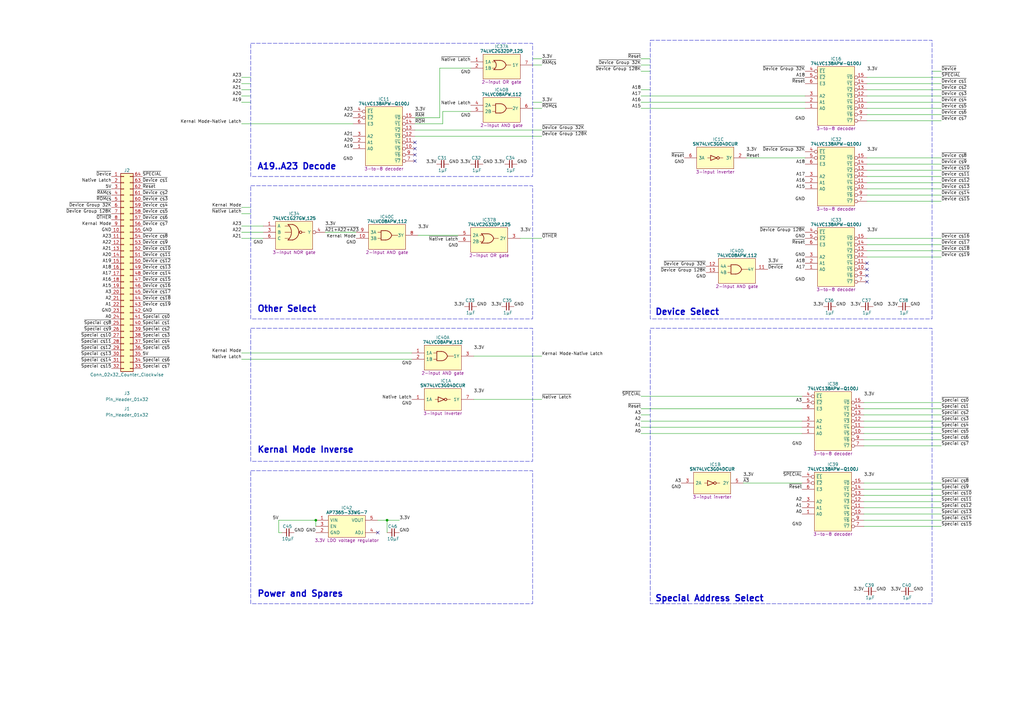
<source format=kicad_sch>
(kicad_sch (version 20230121) (generator eeschema)
  (paper "A3")
  (title_block (title "MPU Address Decode Wide") (date "2024-02-15") (rev "V0"))
  (lib_symbols
    (symbol "74LVC138APW-Q100J_1" (pin_names (offset 0.762))
      (property "Reference" "IC" (at 12.7 3.175 0))
      (property "Value" "74LVC138APW-Q100J" (at 12.7 1.27 0))
      (property "Description" "3-to-8 decoder" (at 12.7 -25.4 0))
      (symbol "74LVC138APW-Q100J_1_0_0"
        (pin input line (at 0 -17.145 0) (length 5.08) (name "A0") (number "1"))
        (pin output inverted (at 25.4 -17.145 180) (length 5.08) (name "~{Y5}") (number "10"))
        (pin output inverted (at 25.4 -14.605 180) (length 5.08) (name "~{Y4}") (number "11"))
        (pin output inverted (at 25.4 -12.065 180) (length 5.08) (name "~{Y3}") (number "12"))
        (pin output inverted (at 25.4 -9.525 180) (length 5.08) (name "~{Y2}") (number "13"))
        (pin output inverted (at 25.4 -6.985 180) (length 5.08) (name "~{Y1}") (number "14"))
        (pin output inverted (at 25.4 -4.445 180) (length 5.08) (name "~{Y0}") (number "15"))
        (pin passive line (at 25.4 -1.905 180) (length 5.08) hide (name "3V") (number "16"))
        (pin input line (at 0 -14.605 0) (length 5.08) (name "A1") (number "2"))
        (pin input line (at 0 -12.065 0) (length 5.08) (name "A2") (number "3"))
        (pin input line (at 0 -6.985 0) (length 5.08) (name "E3") (number "6"))
        (pin output inverted (at 25.4 -22.225 180) (length 5.08) (name "~{Y7}") (number "7"))
        (pin passive line (at 0 -22.225 0) (length 5.08) hide (name "GND") (number "8"))
        (pin output inverted (at 25.4 -19.685 180) (length 5.08) (name "~{Y6}") (number "9"))
      )
      (symbol "74LVC138APW-Q100J_1_1_0"
        (pin input inverted (at 0 -1.905 0) (length 5.08) (name "~{E1}") (number "4"))
        (pin input inverted (at 0 -4.445 0) (length 5.08) (name "~{E2}") (number "5"))
      )
    )
    (symbol "74LVC138APW-Q100J_2" (pin_names (offset 0.762))
      (property "Reference" "IC" (at 12.7 3.175 0))
      (property "Value" "74LVC138APW-Q100J" (at 12.7 1.27 0))
      (property "Description" "3-to-8 decoder" (at 12.7 -25.4 0))
      (symbol "74LVC138APW-Q100J_2_0_0"
        (pin input line (at 0 -17.145 0) (length 5.08) (name "A0") (number "1"))
        (pin output inverted (at 25.4 -17.145 180) (length 5.08) (name "~{Y5}") (number "10"))
        (pin output inverted (at 25.4 -14.605 180) (length 5.08) (name "~{Y4}") (number "11"))
        (pin output inverted (at 25.4 -12.065 180) (length 5.08) (name "~{Y3}") (number "12"))
        (pin output inverted (at 25.4 -9.525 180) (length 5.08) (name "~{Y2}") (number "13"))
        (pin output inverted (at 25.4 -6.985 180) (length 5.08) (name "~{Y1}") (number "14"))
        (pin output inverted (at 25.4 -4.445 180) (length 5.08) (name "~{Y0}") (number "15"))
        (pin passive line (at 25.4 -1.905 180) (length 5.08) hide (name "3V") (number "16"))
        (pin input line (at 0 -14.605 0) (length 5.08) (name "A1") (number "2"))
        (pin input line (at 0 -12.065 0) (length 5.08) (name "A2") (number "3"))
        (pin input line (at 0 -6.985 0) (length 5.08) (name "E3") (number "6"))
        (pin output inverted (at 25.4 -22.225 180) (length 5.08) (name "~{Y7}") (number "7"))
        (pin passive line (at 0 -22.225 0) (length 5.08) hide (name "GND") (number "8"))
        (pin output inverted (at 25.4 -19.685 180) (length 5.08) (name "~{Y6}") (number "9"))
      )
      (symbol "74LVC138APW-Q100J_2_1_0"
        (pin input inverted (at 0 -1.905 0) (length 5.08) (name "~{E1}") (number "4"))
        (pin input inverted (at 0 -4.445 0) (length 5.08) (name "~{E2}") (number "5"))
      )
    )
    (symbol "74LVC138APW-Q100J_3" (pin_names (offset 0.762))
      (property "Reference" "IC" (at 12.7 3.175 0))
      (property "Value" "74LVC138APW-Q100J" (at 12.7 1.27 0))
      (property "Description" "3-to-8 decoder" (at 12.7 -25.4 0))
      (symbol "74LVC138APW-Q100J_3_0_0"
        (pin input line (at 0 -17.145 0) (length 5.08) (name "A0") (number "1"))
        (pin output inverted (at 25.4 -17.145 180) (length 5.08) (name "~{Y5}") (number "10"))
        (pin output inverted (at 25.4 -14.605 180) (length 5.08) (name "~{Y4}") (number "11"))
        (pin output inverted (at 25.4 -12.065 180) (length 5.08) (name "~{Y3}") (number "12"))
        (pin output inverted (at 25.4 -9.525 180) (length 5.08) (name "~{Y2}") (number "13"))
        (pin output inverted (at 25.4 -6.985 180) (length 5.08) (name "~{Y1}") (number "14"))
        (pin output inverted (at 25.4 -4.445 180) (length 5.08) (name "~{Y0}") (number "15"))
        (pin passive line (at 25.4 -1.905 180) (length 5.08) hide (name "3V") (number "16"))
        (pin input line (at 0 -14.605 0) (length 5.08) (name "A1") (number "2"))
        (pin input line (at 0 -12.065 0) (length 5.08) (name "A2") (number "3"))
        (pin input line (at 0 -6.985 0) (length 5.08) (name "E3") (number "6"))
        (pin output inverted (at 25.4 -22.225 180) (length 5.08) (name "~{Y7}") (number "7"))
        (pin passive line (at 0 -22.225 0) (length 5.08) hide (name "GND") (number "8"))
        (pin output inverted (at 25.4 -19.685 180) (length 5.08) (name "~{Y6}") (number "9"))
      )
      (symbol "74LVC138APW-Q100J_3_1_0"
        (pin input inverted (at 0 -1.905 0) (length 5.08) (name "~{E1}") (number "4"))
        (pin input inverted (at 0 -4.445 0) (length 5.08) (name "~{E2}") (number "5"))
      )
    )
    (symbol "74LVC138APW-Q100J_4" (pin_names (offset 0.762))
      (property "Reference" "IC" (at 12.7 3.175 0))
      (property "Value" "74LVC138APW-Q100J" (at 12.7 1.27 0))
      (property "Description" "3-to-8 decoder" (at 12.7 -25.4 0))
      (symbol "74LVC138APW-Q100J_4_0_0"
        (pin input line (at 0 -17.145 0) (length 5.08) (name "A0") (number "1"))
        (pin output inverted (at 25.4 -17.145 180) (length 5.08) (name "~{Y5}") (number "10"))
        (pin output inverted (at 25.4 -14.605 180) (length 5.08) (name "~{Y4}") (number "11"))
        (pin output inverted (at 25.4 -12.065 180) (length 5.08) (name "~{Y3}") (number "12"))
        (pin output inverted (at 25.4 -9.525 180) (length 5.08) (name "~{Y2}") (number "13"))
        (pin output inverted (at 25.4 -6.985 180) (length 5.08) (name "~{Y1}") (number "14"))
        (pin output inverted (at 25.4 -4.445 180) (length 5.08) (name "~{Y0}") (number "15"))
        (pin passive line (at 25.4 -1.905 180) (length 5.08) hide (name "3V") (number "16"))
        (pin input line (at 0 -14.605 0) (length 5.08) (name "A1") (number "2"))
        (pin input line (at 0 -12.065 0) (length 5.08) (name "A2") (number "3"))
        (pin input line (at 0 -6.985 0) (length 5.08) (name "E3") (number "6"))
        (pin output inverted (at 25.4 -22.225 180) (length 5.08) (name "~{Y7}") (number "7"))
        (pin passive line (at 0 -22.225 0) (length 5.08) hide (name "GND") (number "8"))
        (pin output inverted (at 25.4 -19.685 180) (length 5.08) (name "~{Y6}") (number "9"))
      )
      (symbol "74LVC138APW-Q100J_4_1_0"
        (pin input inverted (at 0 -1.905 0) (length 5.08) (name "~{E1}") (number "4"))
        (pin input inverted (at 0 -4.445 0) (length 5.08) (name "~{E2}") (number "5"))
      )
    )
    (symbol "74LVC138APW-Q100J_5" (pin_names (offset 0.762))
      (property "Reference" "IC" (at 12.7 3.175 0))
      (property "Value" "74LVC138APW-Q100J" (at 12.7 1.27 0))
      (property "Description" "3-to-8 decoder" (at 12.7 -25.4 0))
      (symbol "74LVC138APW-Q100J_5_0_0"
        (pin input line (at 0 -17.145 0) (length 5.08) (name "A0") (number "1"))
        (pin output inverted (at 25.4 -17.145 180) (length 5.08) (name "~{Y5}") (number "10"))
        (pin output inverted (at 25.4 -14.605 180) (length 5.08) (name "~{Y4}") (number "11"))
        (pin output inverted (at 25.4 -12.065 180) (length 5.08) (name "~{Y3}") (number "12"))
        (pin output inverted (at 25.4 -9.525 180) (length 5.08) (name "~{Y2}") (number "13"))
        (pin output inverted (at 25.4 -6.985 180) (length 5.08) (name "~{Y1}") (number "14"))
        (pin output inverted (at 25.4 -4.445 180) (length 5.08) (name "~{Y0}") (number "15"))
        (pin passive line (at 25.4 -1.905 180) (length 5.08) hide (name "3V") (number "16"))
        (pin input line (at 0 -14.605 0) (length 5.08) (name "A1") (number "2"))
        (pin input line (at 0 -12.065 0) (length 5.08) (name "A2") (number "3"))
        (pin input line (at 0 -6.985 0) (length 5.08) (name "E3") (number "6"))
        (pin output inverted (at 25.4 -22.225 180) (length 5.08) (name "~{Y7}") (number "7"))
        (pin passive line (at 0 -22.225 0) (length 5.08) hide (name "GND") (number "8"))
        (pin output inverted (at 25.4 -19.685 180) (length 5.08) (name "~{Y6}") (number "9"))
      )
      (symbol "74LVC138APW-Q100J_5_1_0"
        (pin input inverted (at 0 -1.905 0) (length 5.08) (name "~{E1}") (number "4"))
        (pin input inverted (at 0 -4.445 0) (length 5.08) (name "~{E2}") (number "5"))
      )
    )
    (symbol "Connector_Generic:Conn_02x32_Counter_Clockwise" (pin_names (offset 1.016) hide)
      (property "Reference" "J" (at 1.27 40.64 0))
      (property "Value" "Conn_02x32_Counter_Clockwise" (at 1.27 -43.18 0))
      (symbol "Conn_02x32_Counter_Clockwise_1_1"
        (pin passive line (at -5.08 38.1 0) (length 3.81) (name "Pin_1") (number "1"))
        (pin passive line (at -5.08 15.24 0) (length 3.81) (name "Pin_10") (number "10"))
        (pin passive line (at -5.08 12.7 0) (length 3.81) (name "Pin_11") (number "11"))
        (pin passive line (at -5.08 10.16 0) (length 3.81) (name "Pin_12") (number "12"))
        (pin passive line (at -5.08 7.62 0) (length 3.81) (name "Pin_13") (number "13"))
        (pin passive line (at -5.08 5.08 0) (length 3.81) (name "Pin_14") (number "14"))
        (pin passive line (at -5.08 2.54 0) (length 3.81) (name "Pin_15") (number "15"))
        (pin passive line (at -5.08 0 0) (length 3.81) (name "Pin_16") (number "16"))
        (pin passive line (at -5.08 -2.54 0) (length 3.81) (name "Pin_17") (number "17"))
        (pin passive line (at -5.08 -5.08 0) (length 3.81) (name "Pin_18") (number "18"))
        (pin passive line (at -5.08 -7.62 0) (length 3.81) (name "Pin_19") (number "19"))
        (pin passive line (at -5.08 35.56 0) (length 3.81) (name "Pin_2") (number "2"))
        (pin passive line (at -5.08 -10.16 0) (length 3.81) (name "Pin_20") (number "20"))
        (pin passive line (at -5.08 -12.7 0) (length 3.81) (name "Pin_21") (number "21"))
        (pin passive line (at -5.08 -15.24 0) (length 3.81) (name "Pin_22") (number "22"))
        (pin passive line (at -5.08 -17.78 0) (length 3.81) (name "Pin_23") (number "23"))
        (pin passive line (at -5.08 -20.32 0) (length 3.81) (name "Pin_24") (number "24"))
        (pin passive line (at -5.08 -22.86 0) (length 3.81) (name "Pin_25") (number "25"))
        (pin passive line (at -5.08 -25.4 0) (length 3.81) (name "Pin_26") (number "26"))
        (pin passive line (at -5.08 -27.94 0) (length 3.81) (name "Pin_27") (number "27"))
        (pin passive line (at -5.08 -30.48 0) (length 3.81) (name "Pin_28") (number "28"))
        (pin passive line (at -5.08 -33.02 0) (length 3.81) (name "Pin_29") (number "29"))
        (pin passive line (at -5.08 33.02 0) (length 3.81) (name "Pin_3") (number "3"))
        (pin passive line (at -5.08 -35.56 0) (length 3.81) (name "Pin_30") (number "30"))
        (pin passive line (at -5.08 -38.1 0) (length 3.81) (name "Pin_31") (number "31"))
        (pin passive line (at -5.08 -40.64 0) (length 3.81) (name "Pin_32") (number "32"))
        (pin passive line (at 7.62 -40.64 180) (length 3.81) (name "Pin_33") (number "33"))
        (pin passive line (at 7.62 -38.1 180) (length 3.81) (name "Pin_34") (number "34"))
        (pin passive line (at 7.62 -35.56 180) (length 3.81) (name "Pin_35") (number "35"))
        (pin passive line (at 7.62 -33.02 180) (length 3.81) (name "Pin_36") (number "36"))
        (pin passive line (at 7.62 -30.48 180) (length 3.81) (name "Pin_37") (number "37"))
        (pin passive line (at 7.62 -27.94 180) (length 3.81) (name "Pin_38") (number "38"))
        (pin passive line (at 7.62 -25.4 180) (length 3.81) (name "Pin_39") (number "39"))
        (pin passive line (at -5.08 30.48 0) (length 3.81) (name "Pin_4") (number "4"))
        (pin passive line (at 7.62 -22.86 180) (length 3.81) (name "Pin_40") (number "40"))
        (pin passive line (at 7.62 -20.32 180) (length 3.81) (name "Pin_41") (number "41"))
        (pin passive line (at 7.62 -17.78 180) (length 3.81) (name "Pin_42") (number "42"))
        (pin passive line (at 7.62 -15.24 180) (length 3.81) (name "Pin_43") (number "43"))
        (pin passive line (at 7.62 -12.7 180) (length 3.81) (name "Pin_44") (number "44"))
        (pin passive line (at 7.62 -10.16 180) (length 3.81) (name "Pin_45") (number "45"))
        (pin passive line (at 7.62 -7.62 180) (length 3.81) (name "Pin_46") (number "46"))
        (pin passive line (at 7.62 -5.08 180) (length 3.81) (name "Pin_47") (number "47"))
        (pin passive line (at 7.62 -2.54 180) (length 3.81) (name "Pin_48") (number "48"))
        (pin passive line (at 7.62 0 180) (length 3.81) (name "Pin_49") (number "49"))
        (pin passive line (at -5.08 27.94 0) (length 3.81) (name "Pin_5") (number "5"))
        (pin passive line (at 7.62 2.54 180) (length 3.81) (name "Pin_50") (number "50"))
        (pin passive line (at 7.62 5.08 180) (length 3.81) (name "Pin_51") (number "51"))
        (pin passive line (at 7.62 7.62 180) (length 3.81) (name "Pin_52") (number "52"))
        (pin passive line (at 7.62 10.16 180) (length 3.81) (name "Pin_53") (number "53"))
        (pin passive line (at 7.62 12.7 180) (length 3.81) (name "Pin_54") (number "54"))
        (pin passive line (at 7.62 15.24 180) (length 3.81) (name "Pin_55") (number "55"))
        (pin passive line (at 7.62 17.78 180) (length 3.81) (name "Pin_56") (number "56"))
        (pin passive line (at 7.62 20.32 180) (length 3.81) (name "Pin_57") (number "57"))
        (pin passive line (at 7.62 22.86 180) (length 3.81) (name "Pin_58") (number "58"))
        (pin passive line (at 7.62 25.4 180) (length 3.81) (name "Pin_59") (number "59"))
        (pin passive line (at -5.08 25.4 0) (length 3.81) (name "Pin_6") (number "6"))
        (pin passive line (at 7.62 27.94 180) (length 3.81) (name "Pin_60") (number "60"))
        (pin passive line (at 7.62 30.48 180) (length 3.81) (name "Pin_61") (number "61"))
        (pin passive line (at 7.62 33.02 180) (length 3.81) (name "Pin_62") (number "62"))
        (pin passive line (at 7.62 35.56 180) (length 3.81) (name "Pin_63") (number "63"))
        (pin passive line (at 7.62 38.1 180) (length 3.81) (name "Pin_64") (number "64"))
        (pin passive line (at -5.08 22.86 0) (length 3.81) (name "Pin_7") (number "7"))
        (pin passive line (at -5.08 20.32 0) (length 3.81) (name "Pin_8") (number "8"))
        (pin passive line (at -5.08 17.78 0) (length 3.81) (name "Pin_9") (number "9"))
      )
    )
    (symbol "Diodes_Inc:AP7365-33WG-7" (pin_names (offset 0.762))
      (property "Reference" "IC" (at 12.7 5.08 0))
      (property "Value" "AP7365-33WG-7" (at 12.7 3.175 0))
      (property "Description" "3.3V LDO voltage regulator" (at 12.7 -8.255 0))
      (symbol "AP7365-33WG-7_0_0"
        (pin passive line (at 0 0 0) (length 5.08) (name "VIN") (number "1"))
        (pin passive line (at 0 -5.08 0) (length 5.08) (name "GND") (number "2"))
        (pin input line (at 0 -2.54 0) (length 5.08) (name "EN") (number "3"))
        (pin passive line (at 25.4 -5.08 180) (length 5.08) (name "ADJ") (number "4"))
        (pin passive line (at 25.4 0 180) (length 5.08) (name "VOUT") (number "5"))
      )
    )
    (symbol "HCP65:C_0805" (pin_numbers hide) (pin_names (offset 0.254) hide)
      (property "Reference" "C" (at 2.286 2.54 0))
      (property "Value" "?μF" (at 2.54 -2.54 0))
      (symbol "C_0805_1_1"
        (pin passive line (at 0 0 0) (length 2.032) (name "~") (number "1"))
        (pin passive line (at 5.08 0 180) (length 2.032) (name "~") (number "2"))
      )
    )
    (symbol "HCP65:Pin_Header_01x32" (pin_names (offset 1.016) hide)
      (property "Reference" "J" (at 0 1.27 0))
      (property "Value" "Pin_Header_01x32" (at 0 -1.27 0))
    )
    (symbol "Nexperia:74LVC08APW,112_Multi" (pin_names (offset 0.762))
      (property "Reference" "IC" (at 12.7 6.35 0))
      (property "Value" "74LVC08APW,112" (at 12.7 4.445 0))
      (property "Description" "2-input AND gate" (at 12.7 -8.255 0))
      (symbol "74LVC08APW,112_Multi_0_0"
        (pin passive line (at 25.4 1.27 180) (length 5.08) hide (name "3V") (number "14"))
        (pin passive line (at 0 -5.08 0) (length 5.08) hide (name "GND") (number "7"))
      )
      (symbol "74LVC08APW,112_Multi_1_0"
        (pin input line (at 0 0 0) (length 5.08) (name "1A") (number "1"))
        (pin input line (at 0 -2.54 0) (length 5.08) (name "1B") (number "2"))
        (pin passive line (at 25.4 -1.27 180) (length 5.08) (name "1Y") (number "3"))
      )
      (symbol "74LVC08APW,112_Multi_2_0"
        (pin input line (at 0 0 0) (length 5.08) (name "2A") (number "4"))
        (pin input line (at 0 -2.54 0) (length 5.08) (name "2B") (number "5"))
        (pin output line (at 25.4 -1.27 180) (length 5.08) (name "2Y") (number "6"))
      )
      (symbol "74LVC08APW,112_Multi_3_0"
        (pin input line (at 0 -2.54 0) (length 5.08) (name "3B") (number "10"))
        (pin output line (at 25.4 -1.27 180) (length 5.08) (name "3Y") (number "8"))
        (pin input line (at 0 0 0) (length 5.08) (name "3A") (number "9"))
      )
      (symbol "74LVC08APW,112_Multi_4_0"
        (pin output line (at 25.4 -1.27 180) (length 5.08) (name "4Y") (number "11"))
        (pin input line (at 0 0 0) (length 5.08) (name "4A") (number "12"))
        (pin input line (at 0 -2.54 0) (length 5.08) (name "4B") (number "13"))
      )
    )
    (symbol "Nexperia:74LVC138APW-Q100J" (pin_names (offset 0.762))
      (property "Reference" "IC" (at 12.7 3.175 0))
      (property "Value" "74LVC138APW-Q100J" (at 12.7 1.27 0))
      (property "Description" "3-to-8 decoder" (at 12.7 -25.4 0))
      (symbol "74LVC138APW-Q100J_0_0"
        (pin input line (at 0 -17.145 0) (length 5.08) (name "A0") (number "1"))
        (pin output inverted (at 25.4 -17.145 180) (length 5.08) (name "~{Y5}") (number "10"))
        (pin output inverted (at 25.4 -14.605 180) (length 5.08) (name "~{Y4}") (number "11"))
        (pin output inverted (at 25.4 -12.065 180) (length 5.08) (name "~{Y3}") (number "12"))
        (pin output inverted (at 25.4 -9.525 180) (length 5.08) (name "~{Y2}") (number "13"))
        (pin output inverted (at 25.4 -6.985 180) (length 5.08) (name "~{Y1}") (number "14"))
        (pin output inverted (at 25.4 -4.445 180) (length 5.08) (name "~{Y0}") (number "15"))
        (pin passive line (at 25.4 -1.905 180) (length 5.08) hide (name "3V") (number "16"))
        (pin input line (at 0 -14.605 0) (length 5.08) (name "A1") (number "2"))
        (pin input line (at 0 -12.065 0) (length 5.08) (name "A2") (number "3"))
        (pin input line (at 0 -6.985 0) (length 5.08) (name "E3") (number "6"))
        (pin output inverted (at 25.4 -22.225 180) (length 5.08) (name "~{Y7}") (number "7"))
        (pin passive line (at 0 -22.225 0) (length 5.08) hide (name "GND") (number "8"))
        (pin output inverted (at 25.4 -19.685 180) (length 5.08) (name "~{Y6}") (number "9"))
      )
      (symbol "74LVC138APW-Q100J_1_0"
        (pin input inverted (at 0 -1.905 0) (length 5.08) (name "~{E1}") (number "4"))
        (pin input inverted (at 0 -4.445 0) (length 5.08) (name "~{E2}") (number "5"))
      )
    )
    (symbol "Nexperia:74LVC1G27GW,125" (pin_names (offset 0.762))
      (property "Reference" "IC" (at 12.7 5.08 0))
      (property "Value" "74LVC1G27GW,125" (at 12.7 3.175 0))
      (property "Description" "3-input NOR gate" (at 12.7 -10.795 0))
      (symbol "74LVC1G27GW,125_0_0"
        (pin input line (at 0 0 0) (length 5.08) (name "A") (number "1"))
        (pin passive line (at 0 -7.62 0) (length 5.08) hide (name "GND") (number "2"))
        (pin input line (at 0 -2.54 0) (length 5.08) (name "B") (number "3"))
        (pin passive line (at 25.4 0 180) (length 5.08) hide (name "3V") (number "5"))
        (pin input line (at 0 -5.08 0) (length 5.08) (name "C") (number "6"))
      )
      (symbol "74LVC1G27GW,125_1_0"
        (pin output inverted (at 25.4 -2.54 180) (length 5.08) (name "Y") (number "4"))
      )
    )
    (symbol "Nexperia:74LVC2G32DP,125_Multi" (pin_names (offset 0.762))
      (property "Reference" "IC" (at 12.7 6.35 0))
      (property "Value" "74LVC2G32DP,125" (at 12.7 4.445 0))
      (property "Description" "2-input OR gate" (at 12.7 -8.255 0))
      (symbol "74LVC2G32DP,125_Multi_0_0"
        (pin passive line (at 0 -5.08 0) (length 5.08) hide (name "GND") (number "4"))
        (pin passive line (at 25.4 1.27 180) (length 5.08) hide (name "VCC") (number "8"))
      )
      (symbol "74LVC2G32DP,125_Multi_1_0"
        (pin input line (at 0 0 0) (length 5.08) (name "1A") (number "1"))
        (pin input line (at 0 -2.54 0) (length 5.08) (name "1B") (number "2"))
        (pin output line (at 25.4 -1.27 180) (length 5.08) (name "1Y") (number "7"))
      )
      (symbol "74LVC2G32DP,125_Multi_2_0"
        (pin output line (at 25.4 -1.27 180) (length 5.08) (name "2Y") (number "3"))
        (pin input line (at 0 0 0) (length 5.08) (name "2A") (number "5"))
        (pin input line (at 0 -2.54 0) (length 5.08) (name "2B") (number "6"))
      )
    )
    (symbol "Texas_Instruments:SN74LVC3G04DCUR_Multi" (pin_names (offset 0.762))
      (property "Reference" "IC" (at 13.97 7.62 0))
      (property "Value" "SN74LVC3G04DCUR" (at 12.7 5.715 0))
      (property "Description" "3-input inverter" (at 12.7 -5.715 0))
      (symbol "SN74LVC3G04DCUR_Multi_0_0"
        (pin passive line (at 0 -2.54 0) (length 5.08) hide (name "GND") (number "4"))
        (pin passive line (at 25.4 2.54 180) (length 5.08) hide (name "3V") (number "8"))
      )
      (symbol "SN74LVC3G04DCUR_Multi_1_0"
        (pin input line (at 0 0 0) (length 5.08) (name "1A") (number "1"))
        (pin output line (at 25.4 0 180) (length 5.08) (name "1Y") (number "7"))
      )
      (symbol "SN74LVC3G04DCUR_Multi_2_0"
        (pin input line (at 0 0 0) (length 5.08) (name "2A") (number "3"))
        (pin output line (at 25.4 0 180) (length 5.08) (name "2Y") (number "5"))
      )
      (symbol "SN74LVC3G04DCUR_Multi_3_0"
        (pin output line (at 25.4 0 180) (length 5.08) (name "3Y") (number "2"))
        (pin input line (at 0 0 0) (length 5.08) (name "3A") (number "6"))
      )
    )
  )
  (junction (at 129.54 213.36))
  (junction (at 158.75 213.36))
  (no_connect (at 355.6 110.49))
  (no_connect (at 154.94 218.44))
  (no_connect (at 170.18 63.5))
  (no_connect (at 170.18 60.96))
  (no_connect (at 170.18 58.42))
  (no_connect (at 355.6 107.95))
  (no_connect (at 355.6 115.57))
  (no_connect (at 170.18 66.04))
  (no_connect (at 355.6 113.03))
  (wire (pts (xy 386.08 97.79) (xy 355.6 97.79)))
  (wire (pts (xy 99.06 147.32) (xy 168.91 147.32)))
  (wire (pts (xy 386.08 36.83) (xy 355.6 36.83)))
  (wire (pts (xy 262.89 41.91) (xy 330.2 41.91)))
  (wire (pts (xy 262.89 172.72) (xy 328.93 172.72)))
  (wire (pts (xy 386.08 213.36) (xy 354.33 213.36)))
  (wire (pts (xy 99.06 39.37) (xy 102.87 39.37)))
  (wire (pts (xy 158.75 218.44) (xy 158.75 213.36)))
  (wire (pts (xy 114.3 218.44) (xy 115.57 218.44)))
  (wire (pts (xy 99.06 31.75) (xy 102.87 31.75)))
  (wire (pts (xy 386.08 167.64) (xy 354.33 167.64)))
  (wire (pts (xy 170.18 55.88) (xy 222.25 55.88)))
  (wire (pts (xy 262.89 26.67) (xy 266.7 26.67)))
  (wire (pts (xy 99.06 92.71) (xy 107.95 92.71)))
  (wire (pts (xy 180.34 27.94) (xy 180.34 48.26)))
  (wire (pts (xy 386.08 205.74) (xy 354.33 205.74)))
  (wire (pts (xy 386.08 44.45) (xy 355.6 44.45)))
  (wire (pts (xy 386.08 80.01) (xy 355.6 80.01)))
  (wire (pts (xy 386.08 165.1) (xy 354.33 165.1)))
  (wire (pts (xy 262.89 167.64) (xy 328.93 167.64)))
  (wire (pts (xy 386.08 182.88) (xy 354.33 182.88)))
  (wire (pts (xy 170.18 53.34) (xy 222.25 53.34)))
  (wire (pts (xy 194.31 163.83) (xy 222.25 163.83)))
  (wire (pts (xy 99.06 41.91) (xy 102.87 41.91)))
  (wire (pts (xy 158.75 213.36) (xy 163.83 213.36)))
  (wire (pts (xy 306.07 64.77) (xy 330.2 64.77)))
  (wire (pts (xy 222.25 41.91) (xy 218.44 41.91)))
  (wire (pts (xy 222.25 97.79) (xy 213.36 97.79)))
  (wire (pts (xy 386.08 39.37) (xy 355.6 39.37)))
  (wire (pts (xy 386.08 208.28) (xy 354.33 208.28)))
  (wire (pts (xy 262.89 175.26) (xy 328.93 175.26)))
  (wire (pts (xy 99.06 95.25) (xy 107.95 95.25)))
  (wire (pts (xy 304.8 198.12) (xy 328.93 198.12)))
  (wire (pts (xy 222.25 44.45) (xy 218.44 44.45)))
  (wire (pts (xy 262.89 177.8) (xy 328.93 177.8)))
  (wire (pts (xy 99.06 50.8) (xy 144.78 50.8)))
  (wire (pts (xy 386.08 177.8) (xy 354.33 177.8)))
  (wire (pts (xy 180.34 27.94) (xy 193.04 27.94)))
  (wire (pts (xy 386.08 82.55) (xy 355.6 82.55)))
  (wire (pts (xy 386.08 170.18) (xy 354.33 170.18)))
  (wire (pts (xy 99.06 36.83) (xy 102.87 36.83)))
  (wire (pts (xy 386.08 200.66) (xy 354.33 200.66)))
  (wire (pts (xy 99.06 85.09) (xy 102.87 85.09)))
  (wire (pts (xy 262.89 162.56) (xy 328.93 162.56)))
  (wire (pts (xy 386.08 210.82) (xy 354.33 210.82)))
  (wire (pts (xy 129.54 213.36) (xy 129.54 215.9)))
  (wire (pts (xy 386.08 69.85) (xy 355.6 69.85)))
  (wire (pts (xy 133.35 95.25) (xy 146.05 95.25)))
  (wire (pts (xy 262.89 44.45) (xy 330.2 44.45)))
  (wire (pts (xy 222.25 146.05) (xy 194.31 146.05)))
  (wire (pts (xy 222.25 26.67) (xy 218.44 26.67)))
  (wire (pts (xy 99.06 144.78) (xy 168.91 144.78)))
  (wire (pts (xy 386.08 105.41) (xy 355.6 105.41)))
  (wire (pts (xy 99.06 97.79) (xy 107.95 97.79)))
  (wire (pts (xy 181.61 45.72) (xy 181.61 50.8)))
  (wire (pts (xy 386.08 64.77) (xy 355.6 64.77)))
  (wire (pts (xy 154.94 213.36) (xy 158.75 213.36)))
  (wire (pts (xy 114.3 213.36) (xy 114.3 218.44)))
  (wire (pts (xy 262.89 39.37) (xy 330.2 39.37)))
  (wire (pts (xy 99.06 34.29) (xy 102.87 34.29)))
  (wire (pts (xy 386.08 72.39) (xy 355.6 72.39)))
  (wire (pts (xy 386.08 175.26) (xy 354.33 175.26)))
  (wire (pts (xy 99.06 87.63) (xy 102.87 87.63)))
  (wire (pts (xy 386.08 100.33) (xy 355.6 100.33)))
  (wire (pts (xy 386.08 180.34) (xy 354.33 180.34)))
  (wire (pts (xy 170.18 48.26) (xy 180.34 48.26)))
  (wire (pts (xy 262.89 170.18) (xy 266.7 170.18)))
  (wire (pts (xy 170.18 50.8) (xy 181.61 50.8)))
  (wire (pts (xy 386.08 203.2) (xy 354.33 203.2)))
  (wire (pts (xy 386.08 34.29) (xy 355.6 34.29)))
  (wire (pts (xy 386.08 46.99) (xy 355.6 46.99)))
  (wire (pts (xy 386.08 67.31) (xy 355.6 67.31)))
  (wire (pts (xy 262.89 36.83) (xy 266.7 36.83)))
  (wire (pts (xy 262.89 24.13) (xy 266.7 24.13)))
  (wire (pts (xy 386.08 41.91) (xy 355.6 41.91)))
  (wire (pts (xy 386.08 49.53) (xy 355.6 49.53)))
  (wire (pts (xy 382.27 29.21) (xy 386.08 29.21)))
  (wire (pts (xy 181.61 45.72) (xy 193.04 45.72)))
  (wire (pts (xy 386.08 77.47) (xy 355.6 77.47)))
  (wire (pts (xy 386.08 31.75) (xy 355.6 31.75)))
  (wire (pts (xy 262.89 29.21) (xy 266.7 29.21)))
  (wire (pts (xy 386.08 215.9) (xy 354.33 215.9)))
  (wire (pts (xy 386.08 198.12) (xy 354.33 198.12)))
  (wire (pts (xy 386.08 172.72) (xy 354.33 172.72)))
  (wire (pts (xy 114.3 213.36) (xy 129.54 213.36)))
  (wire (pts (xy 222.25 24.13) (xy 218.44 24.13)))
  (wire (pts (xy 386.08 74.93) (xy 355.6 74.93)))
  (wire (pts (xy 171.45 96.52) (xy 187.96 96.52)))
  (wire (pts (xy 386.08 102.87) (xy 355.6 102.87)))
  (rectangle (start 266.7 16.51) (end 382.27 130.81) (stroke (width 0) (type dash)))
  (rectangle (start 102.87 17.78) (end 218.44 72.39) (stroke (width 0) (type dash)))
  (rectangle (start 102.87 193.04) (end 218.44 247.65) (stroke (width 0) (type dash)))
  (rectangle (start 266.7 134.62) (end 382.27 247.65) (stroke (width 0) (type dash)))
  (rectangle (start 102.87 76.2) (end 218.44 130.81) (stroke (width 0) (type dash)))
  (rectangle (start 102.87 134.62) (end 218.44 189.23) (stroke (width 0) (type dash)))
  (text "A19..A23 Decode" (at 105.41 69.85 0) (effects (font (size 2.54 2.54) (thickness 0.508) bold) (justify left bottom)))
  (text "Power and Spares" (at 105.41 245.11 0) (effects (font (size 2.54 2.54) (thickness 0.508) bold) (justify left bottom)))
  (text "Special Address Select" (at 268.605 247.015 0) (effects (font (size 2.54 2.54) (thickness 0.508) bold) (justify left bottom)))
  (text "Kernal Mode Inverse" (at 105.41 186.055 0) (effects (font (size 2.54 2.54) (thickness 0.508) bold) (justify left bottom)))
  (text "Device Select" (at 268.605 129.54 0) (effects (font (size 2.54 2.54) (thickness 0.508) bold) (justify left bottom)))
  (text "Other Select" (at 105.41 128.27 0) (effects (font (size 2.54 2.54) (thickness 0.508) bold) (justify left bottom)))
  (label "A23" (at 99.06 92.71 180))
  (label "~{Special _{CS}5}" (at 58.42 143.51 0))
  (label "A3" (at 262.89 170.18 180))
  (label "~{Special _{CS}8}" (at 45.72 133.35 180))
  (label "GND" (at 58.42 128.27 0))
  (label "~{Device}" (at 314.96 110.49 0))
  (label "~{Special _{CS}11}" (at 45.72 140.97 180))
  (label "~{Device}" (at 45.72 72.39 180))
  (label "~{Device _{CS}14}" (at 58.42 113.03 0))
  (label "3.3V" (at 213.36 95.25 0))
  (label "A15" (at 262.89 44.45 180))
  (label "3.3V" (at 133.35 92.71 0))
  (label "A19" (at 99.06 41.91 180))
  (label "5V" (at 58.42 146.05 0))
  (label "A0" (at 45.72 130.81 180))
  (label "GND" (at 358.14 125.73 0))
  (label "A21" (at 45.72 102.87 180))
  (label "A15" (at 330.2 77.47 180))
  (label "3.3V" (at 304.8 195.58 0))
  (label "GND" (at 330.2 115.57 180))
  (label "~{Special _{CS}9}" (at 45.72 135.89 180))
  (label "A2" (at 45.72 123.19 180))
  (label "3.3V" (at 355.6 95.25 0))
  (label "GND" (at 330.2 105.41 180))
  (label "3.3V" (at 369.57 242.57 180))
  (label "GND" (at 373.38 125.73 0))
  (label "A2" (at 262.89 172.72 180))
  (label "~{Special _{CS}12}" (at 386.08 208.28 0))
  (label "~{Special _{CS}7}" (at 386.08 182.88 0))
  (label "~{Special _{CS}15}" (at 386.08 215.9 0))
  (label "~{Special _{CS}1}" (at 58.42 133.35 0))
  (label "A22" (at 144.78 48.26 180))
  (label "~{Special _{CS}13}" (at 45.72 146.05 180))
  (label "GND" (at 129.54 218.44 180))
  (label "GND" (at 168.91 166.37 180))
  (label "3.3V" (at 170.18 45.72 0))
  (label "3.3V" (at 368.3 125.73 180))
  (label "A21" (at 99.06 36.83 180))
  (label "~{Device _{CS}3}" (at 58.42 82.55 0))
  (label "~{Special _{CS}3}" (at 386.08 172.72 0))
  (label "~{Reset}" (at 262.89 167.64 180))
  (label "A17" (at 330.2 110.49 180))
  (label "~{Device _{CS}18}" (at 386.08 102.87 0))
  (label "~{Special _{CS}4}" (at 58.42 140.97 0))
  (label "A3" (at 328.93 165.1 180))
  (label "~{ROM_{CS}}" (at 222.25 44.45 0))
  (label "~{Special _{CS}5}" (at 386.08 177.8 0))
  (label "~{Native Latch}" (at 222.25 163.83 0))
  (label "~{Special _{CS}7}" (at 58.42 151.13 0))
  (label "3.3V" (at 179.07 67.31 180))
  (label "3.3V" (at 355.6 29.21 0))
  (label "3.3V" (at 222.25 24.13 0))
  (label "A3" (at 279.4 198.12 180))
  (label "A17" (at 262.89 39.37 180))
  (label "~{Device _{CS}7}" (at 58.42 92.71 0))
  (label "~{Device Group 32K}" (at 330.2 29.21 180))
  (label "~{Special _{CS}2}" (at 386.08 170.18 0))
  (label "~{Device _{CS}16}" (at 386.08 97.79 0))
  (label "GND" (at 280.67 67.31 180))
  (label "~{Device _{CS}8}" (at 386.08 64.77 0))
  (label "A0" (at 328.93 210.82 180))
  (label "A22" (at 99.06 34.29 180))
  (label "A16" (at 45.72 115.57 180))
  (label "GND" (at 279.4 200.66 180))
  (label "3.3V" (at 314.96 107.95 0))
  (label "~{Device _{CS}17}" (at 386.08 100.33 0))
  (label "~{Native Latch}" (at 99.06 87.63 180))
  (label "3.3V" (at 163.83 213.36 0))
  (label "~{Device Group 32K}" (at 289.56 109.22 180))
  (label "~{RAM_{CS}}" (at 222.25 26.67 0))
  (label "GND" (at 359.41 242.57 0))
  (label "~{Device _{CS}1}" (at 58.42 74.93 0))
  (label "A20" (at 99.06 39.37 180))
  (label "~{Special _{CS}0}" (at 58.42 130.81 0))
  (label "Kernal Mode" (at 99.06 144.78 180))
  (label "~{Device Group 32K}" (at 262.89 26.67 180))
  (label "~{Device _{CS}19}" (at 58.42 125.73 0))
  (label "A18" (at 45.72 110.49 180))
  (label "~{Device _{CS}3}" (at 386.08 39.37 0))
  (label "Reset" (at 306.07 64.77 0))
  (label "Native Latch" (at 99.06 147.32 180))
  (label "~{RAM_{CS}}" (at 45.72 80.01 180))
  (label "A0" (at 262.89 177.8 180))
  (label "~{Device _{CS}13}" (at 386.08 77.47 0))
  (label "~{Device}" (at 386.08 29.21 0))
  (label "~{Device _{CS}15}" (at 58.42 115.57 0))
  (label "GND" (at 328.93 215.9 180))
  (label "~{Device _{CS}9}" (at 386.08 67.31 0))
  (label "~{Device Group 32K}" (at 222.25 53.34 0))
  (label "~{Device _{CS}10}" (at 58.42 102.87 0))
  (label "3.3V" (at 337.82 125.73 180))
  (label "Native Latch" (at 168.91 163.83 180))
  (label "~{Special _{CS}14}" (at 45.72 148.59 180))
  (label "A3" (at 45.72 120.65 180))
  (label "~{Native Latch}" (at 193.04 25.4 180))
  (label "~{Special _{CS}9}" (at 386.08 200.66 0))
  (label "A18" (at 330.2 107.95 180))
  (label "A19" (at 45.72 107.95 180))
  (label "A23" (at 45.72 97.79 180))
  (label "~{Special _{CS}8}" (at 386.08 198.12 0))
  (label "~{A21+A22+A23}" (at 133.35 95.25 0))
  (label "A19" (at 144.78 60.96 180))
  (label "A21" (at 144.78 55.88 180))
  (label "~{Device _{CS}19}" (at 386.08 105.41 0))
  (label "~{Reset}" (at 280.67 64.77 180))
  (label "GND" (at 289.56 114.3 180))
  (label "~{Device _{CS}5}" (at 386.08 44.45 0))
  (label "3.3V" (at 205.74 125.73 180))
  (label "~{Device _{CS}2}" (at 386.08 36.83 0))
  (label "~{Special _{CS}15}" (at 45.72 151.13 180))
  (label "A16" (at 330.2 74.93 180))
  (label "~{SPECIAL}" (at 262.89 162.56 180))
  (label "GND" (at 58.42 95.25 0))
  (label "~{Special _{CS}10}" (at 386.08 203.2 0))
  (label "GND" (at 374.65 242.57 0))
  (label "GND" (at 330.2 97.79 180))
  (label "A18" (at 262.89 36.83 180))
  (label "3.3V" (at 355.6 62.23 0))
  (label "~{Device _{CS}1}" (at 386.08 34.29 0))
  (label "GND" (at 184.15 67.31 0))
  (label "GND" (at 45.72 95.25 180))
  (label "GND" (at 212.09 67.31 0))
  (label "3.3V" (at 194.31 143.51 0))
  (label "~{Reset}" (at 328.93 200.66 180))
  (label "~{Device _{CS}8}" (at 58.42 97.79 0))
  (label "GND" (at 193.04 48.26 180))
  (label "GND" (at 210.82 125.73 0))
  (label "~{Device Group 128K}" (at 262.89 29.21 180))
  (label "A20" (at 144.78 58.42 180))
  (label "~{Device _{CS}12}" (at 386.08 74.93 0))
  (label "~{A3}" (at 304.8 198.12 0))
  (label "~{Device Group 128K}" (at 222.25 55.88 0))
  (label "GND" (at 107.95 100.33 180))
  (label "~{Special _{CS}3}" (at 58.42 138.43 0))
  (label "~{SPECIAL}" (at 58.42 72.39 0))
  (label "~{ROM_{CS}}" (at 45.72 82.55 180))
  (label "A20" (at 45.72 105.41 180))
  (label "~{Special _{CS}10}" (at 45.72 138.43 180))
  (label "A18" (at 330.2 31.75 180))
  (label "3.3V" (at 353.06 125.73 180))
  (label "3.3V" (at 354.33 242.57 180))
  (label "GND" (at 195.58 125.73 0))
  (label "Kernal Mode" (at 45.72 92.71 180))
  (label "~{Device _{CS}17}" (at 58.42 120.65 0))
  (label "~{Special _{CS}6}" (at 386.08 180.34 0))
  (label "Native Latch" (at 45.72 74.93 180))
  (label "~{RAM}" (at 170.18 48.26 0))
  (label "A18" (at 330.2 67.31 180))
  (label "~{SPECIAL}" (at 328.93 195.58 180))
  (label "A23" (at 99.06 31.75 180))
  (label "3.3V" (at 306.07 62.23 0))
  (label "~{Device _{CS}14}" (at 386.08 80.01 0))
  (label "3.3V" (at 193.04 67.31 180))
  (label "GND" (at 330.2 49.53 180))
  (label "3.3V" (at 354.33 162.56 0))
  (label "~{Device Group 32K}" (at 330.2 62.23 180))
  (label "~{Device _{CS}12}" (at 58.42 107.95 0))
  (label "~{Special _{CS}12}" (at 45.72 143.51 180))
  (label "~{Native Latch}" (at 187.96 99.06 180))
  (label "3.3V" (at 194.31 161.29 0))
  (label "A16" (at 262.89 41.91 180))
  (label "GND" (at 163.83 218.44 0))
  (label "~{Device _{CS}4}" (at 58.42 85.09 0))
  (label "~{Special _{CS}11}" (at 386.08 205.74 0))
  (label "A17" (at 330.2 72.39 180))
  (label "~{Reset}" (at 262.89 24.13 180))
  (label "~{SPECIAL}" (at 386.08 31.75 0))
  (label "Kernal Mode·Native Latch" (at 222.25 146.05 0))
  (label "Native Latch" (at 193.04 43.18 180))
  (label "~{Device _{CS}18}" (at 58.42 123.19 0))
  (label "~{Device Group 128K}" (at 45.72 87.63 180))
  (label "GND" (at 146.05 100.33 180))
  (label "~{Device Group 128K}" (at 289.56 111.76 180))
  (label "A17" (at 45.72 113.03 180))
  (label "~{OTHER}" (at 222.25 97.79 0))
  (label "GND" (at 328.93 182.88 180))
  (label "5V" (at 114.3 213.36 180))
  (label "~{Reset}" (at 58.42 77.47 0))
  (label "A23" (at 144.78 45.72 180))
  (label "Kernal Mode·Native Latch" (at 99.06 50.8 180))
  (label "~{Device _{CS}11}" (at 386.08 72.39 0))
  (label "Kernal Mode" (at 99.06 85.09 180))
  (label "A2" (at 328.93 205.74 180))
  (label "A22" (at 45.72 100.33 180))
  (label "~{Device Group 128K}" (at 330.2 95.25 180))
  (label "5V" (at 45.72 77.47 180))
  (label "3.3V" (at 171.45 93.98 0))
  (label "~{Device _{CS}6}" (at 58.42 90.17 0))
  (label "3.3V" (at 207.01 67.31 180))
  (label "A15" (at 45.72 118.11 180))
  (label "~{Device Group 32K}" (at 45.72 85.09 180))
  (label "GND" (at 193.04 30.48 180))
  (label "3.3V" (at 354.33 195.58 0))
  (label "~{Special _{CS}1}" (at 386.08 167.64 0))
  (label "GND" (at 198.12 67.31 0))
  (label "Kernal Mode" (at 146.05 97.79 180))
  (label "~{Special _{CS}4}" (at 386.08 175.26 0))
  (label "~{Special _{CS}14}" (at 386.08 213.36 0))
  (label "~{Special _{CS}0}" (at 386.08 165.1 0))
  (label "A1" (at 45.72 125.73 180))
  (label "3.3V" (at 222.25 41.91 0))
  (label "~{Device _{CS}13}" (at 58.42 110.49 0))
  (label "GND" (at 144.78 66.04 180))
  (label "GND" (at 168.91 149.86 180))
  (label "~{Device _{CS}2}" (at 58.42 80.01 0))
  (label "~{Device _{CS}4}" (at 386.08 41.91 0))
  (label "~{Device _{CS}9}" (at 58.42 100.33 0))
  (label "GND" (at 120.65 218.44 0))
  (label "3.3V" (at 190.5 125.73 180))
  (label "~{Device _{CS}15}" (at 386.08 82.55 0))
  (label "~{Device _{CS}6}" (at 386.08 46.99 0))
  (label "A21" (at 99.06 97.79 180))
  (label "~{Device _{CS}16}" (at 58.42 118.11 0))
  (label "GND" (at 342.9 125.73 0))
  (label "~{Special _{CS}2}" (at 58.42 135.89 0))
  (label "~{ROM}" (at 170.18 50.8 0))
  (label "~{Reset}" (at 330.2 100.33 180))
  (label "~{Device _{CS}7}" (at 386.08 49.53 0))
  (label "~{OTHER}" (at 45.72 90.17 180))
  (label "GND" (at 330.2 82.55 180))
  (label "~{Reset}" (at 330.2 34.29 180))
  (label "A1" (at 328.93 208.28 180))
  (label "~{Special _{CS}13}" (at 386.08 210.82 0))
  (label "A1" (at 262.89 175.26 180))
  (label "GND" (at 45.72 128.27 180))
  (label "GND" (at 187.96 101.6 180))
  (label "~{Device _{CS}5}" (at 58.42 87.63 0))
  (label "~{Device _{CS}10}" (at 386.08 69.85 0))
  (label "~{Special _{CS}6}" (at 58.42 148.59 0))
  (label "A22" (at 99.06 95.25 180))
  (label "~{Device _{CS}11}" (at 58.42 105.41 0))
  (symbol (lib_id "HCP65:C_0805") (at 353.06 125.73 0) (unit 1)
    (property "Reference" "C37" (at 355.346 123.19 0))
    (property "Value" "1μF" (at 355.6 128.27 0))
    (property "Footprint" "SamacSys_Parts:C_0805" (effects hide))
  )
  (symbol (lib_id "HCP65:C_0805") (at 368.3 125.73 0) (unit 1)
    (property "Reference" "C38" (at 370.586 123.19 0))
    (property "Value" "1μF" (at 370.84 128.27 0))
    (property "Footprint" "SamacSys_Parts:C_0805" (effects hide))
  )
  (symbol (lib_id "Texas_Instruments:SN74LVC3G04DCUR_Multi") (at 168.91 163.83 0) (unit 1)
    (property "Reference" "IC1" (at 182.88 156.21 0))
    (property "Value" "SN74LVC3G04DCUR" (at 181.61 158.115 0) (effects (font bold)))
    (property "Footprint" "SOP50P310X90-8N" (effects hide))
    (property "Datasheet" "http://www.ti.com/lit/gpn/sn74lvc3g04" (effects hide))
    (property "Description" "3-input inverter" (at 181.61 169.545 0))
    (property "Height" "0.9" (effects hide))
    (property "Manufacturer_Name" "Texas Instruments" (effects hide))
    (property "Manufacturer_Part_Number" "SN74LVC3G04DCUR" (effects hide))
    (property "Mouser Part Number" "595-SN74LVC3G04DCUR" (effects hide))
    (property "Mouser Price/Stock" "https://www.mouser.co.uk/ProductDetail/Texas-Instruments/SN74LVC3G04DCUR?qs=vxEfx8VrU7ChLh1GswJlmg%3D%3D" (effects hide))
    (property "Silkscreen" "'3G04" (effects hide))
  )
  (symbol (lib_id "Nexperia:74LVC1G27GW,125") (at 107.95 92.71 0) (unit 1)
    (property "Reference" "IC34" (at 120.65 87.63 0))
    (property "Value" "74LVC1G27GW,125" (at 120.65 89.535 0) (effects (font bold)))
    (property "Footprint" "SOP65P210X110-6N" (effects hide))
    (property "Datasheet" "https://assets.nexperia.com/documents/data-sheet/74LVC1G27.pdf" (effects hide))
    (property "Description" "3-input NOR gate" (at 120.65 103.505 0))
    (property "Height" "1.1" (effects hide))
    (property "Mouser Part Number" "771-74LVC1G27GW125" (effects hide))
    (property "Mouser Price/Stock" "https://www.mouser.co.uk/ProductDetail/Nexperia/74LVC1G27GW125?qs=NQoTdinTi9Fjyw3yj%2FzFLA%3D%3D" (effects hide))
    (property "Manufacturer_Name" "Nexperia" (effects hide))
    (property "Manufacturer_Part_Number" "74LVC1G27GW,125" (effects hide))
    (property "Silkscreen" "'1G27" (effects hide))
  )
  (symbol (lib_id "Connector_Generic:Conn_02x32_Counter_Clockwise") (at 50.8 110.49 0) (unit 1)
    (property "Reference" "J2" (at 52.07 69.85 0))
    (property "Value" "Conn_02x32_Counter_Clockwise" (at 52.07 153.67 0))
    (property "Footprint" "SamacSys_Parts:DIP-64_Board_W15.24mm" (effects hide))
  )
  (symbol (lib_id "HCP65:C_0805") (at 190.5 125.73 0) (unit 1)
    (property "Reference" "C33" (at 192.786 123.19 0))
    (property "Value" "1μF" (at 193.04 128.27 0))
    (property "Footprint" "SamacSys_Parts:C_0805" (effects hide))
  )
  (symbol (lib_id "Nexperia:74LVC08APW,112_Multi") (at 193.04 43.18 0) (unit 2)
    (property "Reference" "IC40" (at 205.74 36.83 0))
    (property "Value" "74LVC08APW,112" (at 205.74 38.735 0) (effects (font bold)))
    (property "Footprint" "SOP65P640X110-14N" (effects hide))
    (property "Datasheet" "https://assets.nexperia.com/documents/data-sheet/74LVC08A.pdf" (effects hide))
    (property "Description" "2-input AND gate" (at 205.74 51.435 0))
    (property "Height" "1.1" (effects hide))
    (property "Manufacturer_Name" "Nexperia" (effects hide))
    (property "Manufacturer_Part_Number" "74LVC08APW,112" (effects hide))
    (property "Mouser Part Number" "771-74LVC08APW" (effects hide))
    (property "Mouser Price/Stock" "https://www.mouser.com/Search/Refine.aspx?Keyword=771-74LVC08APW" (effects hide))
    (property "Silkscreen" "74LVC08" (effects hide))
  )
  (symbol (lib_id "HCP65:C_0805") (at 115.57 218.44 0) (unit 1)
    (property "Reference" "C45" (at 117.856 215.9 0))
    (property "Value" "10μF" (at 118.11 220.98 0))
    (property "Footprint" "SamacSys_Parts:C_0805" (effects hide))
  )
  (symbol (lib_id "Diodes_Inc:AP7365-33WG-7") (at 129.54 213.36 0) (unit 1)
    (property "Reference" "IC42" (at 142.24 208.28 0))
    (property "Value" "AP7365-33WG-7" (at 142.24 210.185 0) (effects (font bold)))
    (property "Footprint" "SOT95P285X130-5N" (effects hide))
    (property "Datasheet" "https://componentsearchengine.com/Datasheets/1/AP7365-33WG-7.pdf" (effects hide))
    (property "Description" "3.3V LDO voltage regulator" (at 142.24 221.615 0))
    (property "Height" "1.3" (effects hide))
    (property "Manufacturer_Name" "Diodes Inc." (effects hide))
    (property "Manufacturer_Part_Number" "AP7365-33WG-7" (effects hide))
    (property "Mouser Part Number" "621-AP7365-33WG-7" (effects hide))
    (property "Mouser Price/Stock" "https://www.mouser.co.uk/ProductDetail/Diodes-Incorporated/AP7365-33WG-7?qs=abZ1nkZpTuOZFvxvoFPL0w%3D%3D" (effects hide))
    (property "Arrow Part Number" "AP7365-33WG-7" (effects hide))
    (property "Arrow Price/Stock" "https://www.arrow.com/en/products/ap7365-33wg-7/diodes-incorporated?region=nac" (effects hide))
    (property "Silkscreen" "AP7365" (effects hide))
  )
  (symbol (lib_name "74LVC138APW-Q100J_2") (lib_id "Nexperia:74LVC138APW-Q100J") (at 328.93 160.655 0) (unit 1)
    (property "Reference" "IC38" (at 341.63 157.48 0))
    (property "Value" "74LVC138APW-Q100J" (at 341.63 159.385 0) (effects (font bold)))
    (property "Footprint" "SOP65P640X110-16N" (effects hide))
    (property "Datasheet" "https://assets.nexperia.com/documents/data-sheet/74LVC138A_Q100.pdf" (effects hide))
    (property "Description" "3-to-8 decoder" (at 341.63 186.055 0))
    (property "Height" "1.1" (effects hide))
    (property "Mouser Part Number" "771-74LVC138APWQ100J" (effects hide))
    (property "Mouser Price/Stock" "https://www.mouser.co.uk/ProductDetail/Nexperia/74LVC138APW-Q100J?qs=fi7yB2oewZnXKE82xo%252BhJQ%3D%3D" (effects hide))
    (property "Manufacturer_Name" "Nexperia" (effects hide))
    (property "Manufacturer_Part_Number" "74LVC138APW-Q100J" (effects hide))
    (property "Silkscreen" "74LVC138" (effects hide))
  )
  (symbol (lib_id "Texas_Instruments:SN74LVC3G04DCUR_Multi") (at 280.67 64.77 0) (unit 3)
    (property "Reference" "IC1" (at 294.64 57.15 0))
    (property "Value" "SN74LVC3G04DCUR" (at 293.37 59.055 0) (effects (font bold)))
    (property "Footprint" "SOP50P310X90-8N" (effects hide))
    (property "Datasheet" "http://www.ti.com/lit/gpn/sn74lvc3g04" (effects hide))
    (property "Description" "3-input inverter" (at 293.37 70.485 0))
    (property "Height" "0.9" (effects hide))
    (property "Manufacturer_Name" "Texas Instruments" (effects hide))
    (property "Manufacturer_Part_Number" "SN74LVC3G04DCUR" (effects hide))
    (property "Mouser Part Number" "595-SN74LVC3G04DCUR" (effects hide))
    (property "Mouser Price/Stock" "https://www.mouser.co.uk/ProductDetail/Texas-Instruments/SN74LVC3G04DCUR?qs=vxEfx8VrU7ChLh1GswJlmg%3D%3D" (effects hide))
    (property "Silkscreen" "'3G04" (effects hide))
  )
  (symbol (lib_id "HCP65:C_0805") (at 207.01 67.31 0) (unit 1)
    (property "Reference" "C34" (at 209.296 64.77 0))
    (property "Value" "1μF" (at 209.55 69.85 0))
    (property "Footprint" "SamacSys_Parts:C_0805" (effects hide))
  )
  (symbol (lib_id "Nexperia:74LVC08APW,112_Multi") (at 289.56 109.22 0) (unit 4)
    (property "Reference" "IC40" (at 302.26 102.87 0))
    (property "Value" "74LVC08APW,112" (at 302.26 104.775 0) (effects (font bold)))
    (property "Footprint" "SOP65P640X110-14N" (effects hide))
    (property "Datasheet" "https://assets.nexperia.com/documents/data-sheet/74LVC08A.pdf" (effects hide))
    (property "Description" "2-input AND gate" (at 302.26 117.475 0))
    (property "Height" "1.1" (effects hide))
    (property "Manufacturer_Name" "Nexperia" (effects hide))
    (property "Manufacturer_Part_Number" "74LVC08APW,112" (effects hide))
    (property "Mouser Part Number" "771-74LVC08APW" (effects hide))
    (property "Mouser Price/Stock" "https://www.mouser.com/Search/Refine.aspx?Keyword=771-74LVC08APW" (effects hide))
    (property "Silkscreen" "74LVC08" (effects hide))
  )
  (symbol (lib_name "74LVC138APW-Q100J_1") (lib_id "Nexperia:74LVC138APW-Q100J") (at 330.2 27.305 0) (unit 1)
    (property "Reference" "IC16" (at 342.9 24.13 0))
    (property "Value" "74LVC138APW-Q100J" (at 342.9 26.035 0) (effects (font bold)))
    (property "Footprint" "SOP65P640X110-16N" (effects hide))
    (property "Datasheet" "https://assets.nexperia.com/documents/data-sheet/74LVC138A_Q100.pdf" (effects hide))
    (property "Description" "3-to-8 decoder" (at 342.9 52.705 0))
    (property "Height" "1.1" (effects hide))
    (property "Mouser Part Number" "771-74LVC138APWQ100J" (effects hide))
    (property "Mouser Price/Stock" "https://www.mouser.co.uk/ProductDetail/Nexperia/74LVC138APW-Q100J?qs=fi7yB2oewZnXKE82xo%252BhJQ%3D%3D" (effects hide))
    (property "Manufacturer_Name" "Nexperia" (effects hide))
    (property "Manufacturer_Part_Number" "74LVC138APW-Q100J" (effects hide))
    (property "Silkscreen" "74LVC138" (effects hide))
  )
  (symbol (lib_id "HCP65:C_0805") (at 369.57 242.57 0) (unit 1)
    (property "Reference" "C40" (at 371.856 240.03 0))
    (property "Value" "1μF" (at 372.11 245.11 0))
    (property "Footprint" "SamacSys_Parts:C_0805" (effects hide))
  )
  (symbol (lib_id "HCP65:C_0805") (at 205.74 125.73 0) (unit 1)
    (property "Reference" "C35" (at 208.026 123.19 0))
    (property "Value" "1μF" (at 208.28 128.27 0))
    (property "Footprint" "SamacSys_Parts:C_0805" (effects hide))
  )
  (symbol (lib_id "Nexperia:74LVC138APW-Q100J") (at 144.78 43.815 0) (unit 1)
    (property "Reference" "IC11" (at 157.48 40.64 0))
    (property "Value" "74LVC138APW-Q100J" (at 157.48 42.545 0) (effects (font bold)))
    (property "Footprint" "SOP65P640X110-16N" (effects hide))
    (property "Datasheet" "https://assets.nexperia.com/documents/data-sheet/74LVC138A_Q100.pdf" (effects hide))
    (property "Description" "3-to-8 decoder" (at 157.48 69.215 0))
    (property "Height" "1.1" (effects hide))
    (property "Mouser Part Number" "771-74LVC138APWQ100J" (effects hide))
    (property "Mouser Price/Stock" "https://www.mouser.co.uk/ProductDetail/Nexperia/74LVC138APW-Q100J?qs=fi7yB2oewZnXKE82xo%252BhJQ%3D%3D" (effects hide))
    (property "Manufacturer_Name" "Nexperia" (effects hide))
    (property "Manufacturer_Part_Number" "74LVC138APW-Q100J" (effects hide))
    (property "Silkscreen" "74LVC138" (effects hide))
  )
  (symbol (lib_id "Nexperia:74LVC08APW,112_Multi") (at 168.91 144.78 0) (unit 1)
    (property "Reference" "IC40" (at 181.61 138.43 0))
    (property "Value" "74LVC08APW,112" (at 181.61 140.335 0) (effects (font bold)))
    (property "Footprint" "SOP65P640X110-14N" (effects hide))
    (property "Datasheet" "https://assets.nexperia.com/documents/data-sheet/74LVC08A.pdf" (effects hide))
    (property "Description" "2-input AND gate" (at 181.61 153.035 0))
    (property "Height" "1.1" (effects hide))
    (property "Manufacturer_Name" "Nexperia" (effects hide))
    (property "Manufacturer_Part_Number" "74LVC08APW,112" (effects hide))
    (property "Mouser Part Number" "771-74LVC08APW" (effects hide))
    (property "Mouser Price/Stock" "https://www.mouser.com/Search/Refine.aspx?Keyword=771-74LVC08APW" (effects hide))
    (property "Silkscreen" "74LVC08" (effects hide))
  )
  (symbol (lib_id "Texas_Instruments:SN74LVC3G04DCUR_Multi") (at 279.4 198.12 0) (unit 2)
    (property "Reference" "IC1" (at 293.37 190.5 0))
    (property "Value" "SN74LVC3G04DCUR" (at 292.1 192.405 0) (effects (font bold)))
    (property "Footprint" "SOP50P310X90-8N" (effects hide))
    (property "Datasheet" "http://www.ti.com/lit/gpn/sn74lvc3g04" (effects hide))
    (property "Description" "3-input inverter" (at 292.1 203.835 0))
    (property "Height" "0.9" (effects hide))
    (property "Manufacturer_Name" "Texas Instruments" (effects hide))
    (property "Manufacturer_Part_Number" "SN74LVC3G04DCUR" (effects hide))
    (property "Mouser Part Number" "595-SN74LVC3G04DCUR" (effects hide))
    (property "Mouser Price/Stock" "https://www.mouser.co.uk/ProductDetail/Texas-Instruments/SN74LVC3G04DCUR?qs=vxEfx8VrU7ChLh1GswJlmg%3D%3D" (effects hide))
    (property "Silkscreen" "'3G04" (effects hide))
  )
  (symbol (lib_name "74LVC138APW-Q100J_4") (lib_id "Nexperia:74LVC138APW-Q100J") (at 330.2 60.325 0) (unit 1)
    (property "Reference" "IC32" (at 342.9 57.15 0))
    (property "Value" "74LVC138APW-Q100J" (at 342.9 59.055 0) (effects (font bold)))
    (property "Footprint" "SOP65P640X110-16N" (effects hide))
    (property "Datasheet" "https://assets.nexperia.com/documents/data-sheet/74LVC138A_Q100.pdf" (effects hide))
    (property "Description" "3-to-8 decoder" (at 342.9 85.725 0))
    (property "Height" "1.1" (effects hide))
    (property "Mouser Part Number" "771-74LVC138APWQ100J" (effects hide))
    (property "Mouser Price/Stock" "https://www.mouser.co.uk/ProductDetail/Nexperia/74LVC138APW-Q100J?qs=fi7yB2oewZnXKE82xo%252BhJQ%3D%3D" (effects hide))
    (property "Manufacturer_Name" "Nexperia" (effects hide))
    (property "Manufacturer_Part_Number" "74LVC138APW-Q100J" (effects hide))
    (property "Silkscreen" "74LVC138" (effects hide))
  )
  (symbol (lib_id "Nexperia:74LVC2G32DP,125_Multi") (at 187.96 96.52 0) (unit 2)
    (property "Reference" "IC37" (at 200.66 90.17 0))
    (property "Value" "74LVC2G32DP,125" (at 200.66 92.075 0) (effects (font bold)))
    (property "Footprint" "SOP65P400X110-8N" (effects hide))
    (property "Datasheet" "https://assets.nexperia.com/documents/data-sheet/74LVC2G32.pdf" (effects hide))
    (property "Description" "2-input OR gate" (at 200.66 104.775 0))
    (property "Height" "1.1" (effects hide))
    (property "Manufacturer_Name" "Nexperia" (effects hide))
    (property "Manufacturer_Part_Number" "74LVC2G32DP,125" (effects hide))
    (property "Mouser Part Number" "771-LVC2G32DP125" (effects hide))
    (property "Mouser Price/Stock" "https://www.mouser.co.uk/ProductDetail/Nexperia/74LVC2G32DP125?qs=me8TqzrmIYW%2FQ9dGbQTEYg%3D%3D" (effects hide))
    (property "Silkscreen" "'2G32" (effects hide))
  )
  (symbol (lib_id "HCP65:C_0805") (at 193.04 67.31 0) (unit 1)
    (property "Reference" "C32" (at 195.326 64.77 0))
    (property "Value" "1μF" (at 195.58 69.85 0))
    (property "Footprint" "SamacSys_Parts:C_0805" (effects hide))
  )
  (symbol (lib_id "Nexperia:74LVC2G32DP,125_Multi") (at 193.04 25.4 0) (unit 1)
    (property "Reference" "IC37" (at 205.74 19.05 0))
    (property "Value" "74LVC2G32DP,125" (at 205.74 20.955 0) (effects (font bold)))
    (property "Footprint" "SOP65P400X110-8N" (effects hide))
    (property "Datasheet" "https://assets.nexperia.com/documents/data-sheet/74LVC2G32.pdf" (effects hide))
    (property "Description" "2-input OR gate" (at 205.74 33.655 0))
    (property "Height" "1.1" (effects hide))
    (property "Manufacturer_Name" "Nexperia" (effects hide))
    (property "Manufacturer_Part_Number" "74LVC2G32DP,125" (effects hide))
    (property "Mouser Part Number" "771-LVC2G32DP125" (effects hide))
    (property "Mouser Price/Stock" "https://www.mouser.co.uk/ProductDetail/Nexperia/74LVC2G32DP125?qs=me8TqzrmIYW%2FQ9dGbQTEYg%3D%3D" (effects hide))
    (property "Silkscreen" "'2G32" (effects hide))
  )
  (symbol (lib_id "HCP65:Pin_Header_01x32") (at 52.07 168.91 0) (unit 1)
    (property "Reference" "J1" (at 52.07 167.64 0))
    (property "Value" "Pin_Header_01x32" (at 52.07 170.18 0))
    (property "Footprint" "SamacSys_Parts:PinHeader_1x32_P2.54mm_Vertical" (effects hide))
  )
  (symbol (lib_name "74LVC138APW-Q100J_5") (lib_id "Nexperia:74LVC138APW-Q100J") (at 328.93 193.675 0) (unit 1)
    (property "Reference" "IC39" (at 341.63 190.5 0))
    (property "Value" "74LVC138APW-Q100J" (at 341.63 192.405 0) (effects (font bold)))
    (property "Footprint" "SOP65P640X110-16N" (effects hide))
    (property "Datasheet" "https://assets.nexperia.com/documents/data-sheet/74LVC138A_Q100.pdf" (effects hide))
    (property "Description" "3-to-8 decoder" (at 341.63 219.075 0))
    (property "Height" "1.1" (effects hide))
    (property "Mouser Part Number" "771-74LVC138APWQ100J" (effects hide))
    (property "Mouser Price/Stock" "https://www.mouser.co.uk/ProductDetail/Nexperia/74LVC138APW-Q100J?qs=fi7yB2oewZnXKE82xo%252BhJQ%3D%3D" (effects hide))
    (property "Manufacturer_Name" "Nexperia" (effects hide))
    (property "Manufacturer_Part_Number" "74LVC138APW-Q100J" (effects hide))
    (property "Silkscreen" "74LVC138" (effects hide))
  )
  (symbol (lib_id "Nexperia:74LVC08APW,112_Multi") (at 146.05 95.25 0) (unit 3)
    (property "Reference" "IC40" (at 158.75 88.9 0))
    (property "Value" "74LVC08APW,112" (at 158.75 90.805 0) (effects (font bold)))
    (property "Footprint" "SOP65P640X110-14N" (effects hide))
    (property "Datasheet" "https://assets.nexperia.com/documents/data-sheet/74LVC08A.pdf" (effects hide))
    (property "Description" "2-input AND gate" (at 158.75 103.505 0))
    (property "Height" "1.1" (effects hide))
    (property "Manufacturer_Name" "Nexperia" (effects hide))
    (property "Manufacturer_Part_Number" "74LVC08APW,112" (effects hide))
    (property "Mouser Part Number" "771-74LVC08APW" (effects hide))
    (property "Mouser Price/Stock" "https://www.mouser.com/Search/Refine.aspx?Keyword=771-74LVC08APW" (effects hide))
    (property "Silkscreen" "74LVC08" (effects hide))
  )
  (symbol (lib_id "HCP65:C_0805") (at 179.07 67.31 0) (unit 1)
    (property "Reference" "C31" (at 181.356 64.77 0))
    (property "Value" "1μF" (at 181.61 69.85 0))
    (property "Footprint" "SamacSys_Parts:C_0805" (effects hide))
  )
  (symbol (lib_id "HCP65:C_0805") (at 337.82 125.73 0) (unit 1)
    (property "Reference" "C36" (at 340.106 123.19 0))
    (property "Value" "1μF" (at 340.36 128.27 0))
    (property "Footprint" "SamacSys_Parts:C_0805" (effects hide))
  )
  (symbol (lib_id "HCP65:C_0805") (at 354.33 242.57 0) (unit 1)
    (property "Reference" "C39" (at 356.616 240.03 0))
    (property "Value" "1μF" (at 356.87 245.11 0))
    (property "Footprint" "SamacSys_Parts:C_0805" (effects hide))
  )
  (symbol (lib_id "HCP65:Pin_Header_01x32") (at 52.07 162.56 0) (unit 1)
    (property "Reference" "J3" (at 52.07 161.29 0))
    (property "Value" "Pin_Header_01x32" (at 52.07 163.83 0))
    (property "Footprint" "SamacSys_Parts:PinHeader_1x32_P2.54mm_Vertical" (effects hide))
  )
  (symbol (lib_id "HCP65:C_0805") (at 158.75 218.44 0) (unit 1)
    (property "Reference" "C46" (at 161.036 215.9 0))
    (property "Value" "10μF" (at 161.29 220.98 0))
    (property "Footprint" "SamacSys_Parts:C_0805" (effects hide))
  )
  (symbol (lib_name "74LVC138APW-Q100J_3") (lib_id "Nexperia:74LVC138APW-Q100J") (at 330.2 93.345 0) (unit 1)
    (property "Reference" "IC33" (at 342.9 90.17 0))
    (property "Value" "74LVC138APW-Q100J" (at 342.9 92.075 0) (effects (font bold)))
    (property "Footprint" "SOP65P640X110-16N" (effects hide))
    (property "Datasheet" "https://assets.nexperia.com/documents/data-sheet/74LVC138A_Q100.pdf" (effects hide))
    (property "Description" "3-to-8 decoder" (at 342.9 118.745 0))
    (property "Height" "1.1" (effects hide))
    (property "Mouser Part Number" "771-74LVC138APWQ100J" (effects hide))
    (property "Mouser Price/Stock" "https://www.mouser.co.uk/ProductDetail/Nexperia/74LVC138APW-Q100J?qs=fi7yB2oewZnXKE82xo%252BhJQ%3D%3D" (effects hide))
    (property "Manufacturer_Name" "Nexperia" (effects hide))
    (property "Manufacturer_Part_Number" "74LVC138APW-Q100J" (effects hide))
    (property "Silkscreen" "74LVC138" (effects hide))
  )
)
</source>
